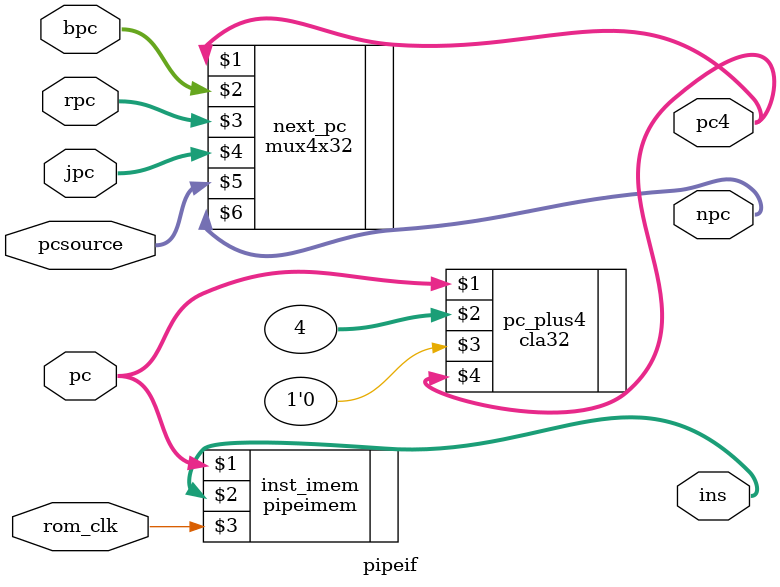
<source format=v>
module pipeif (pcsource,pc,bpc,rpc,jpc,npc,pc4,ins,rom_clk);
	input [31:0] pc,bpc,rpc,jpc;
	input [1:0]  pcsource;
	input        rom_clk;
	output [31:0] npc,pc4,ins;
	mux4x32 next_pc (pc4,bpc,rpc,jpc,pcsource,npc);
	cla32 pc_plus4 (pc,32'h4,1'b0,pc4);
	pipeimem inst_imem (pc,ins,rom_clk);
endmodule

</source>
